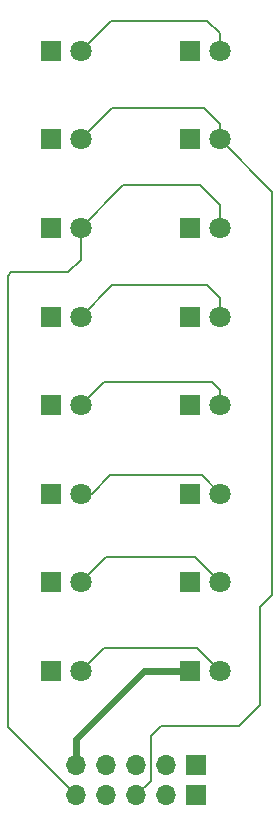
<source format=gbr>
%TF.GenerationSoftware,KiCad,Pcbnew,8.0.6*%
%TF.CreationDate,2025-02-23T20:14:05-07:00*%
%TF.ProjectId,Dash Indicators (Right),44617368-2049-46e6-9469-6361746f7273,rev?*%
%TF.SameCoordinates,Original*%
%TF.FileFunction,Copper,L2,Bot*%
%TF.FilePolarity,Positive*%
%FSLAX46Y46*%
G04 Gerber Fmt 4.6, Leading zero omitted, Abs format (unit mm)*
G04 Created by KiCad (PCBNEW 8.0.6) date 2025-02-23 20:14:05*
%MOMM*%
%LPD*%
G01*
G04 APERTURE LIST*
%TA.AperFunction,ComponentPad*%
%ADD10R,1.800000X1.800000*%
%TD*%
%TA.AperFunction,ComponentPad*%
%ADD11C,1.800000*%
%TD*%
%TA.AperFunction,ComponentPad*%
%ADD12R,1.700000X1.700000*%
%TD*%
%TA.AperFunction,ComponentPad*%
%ADD13O,1.700000X1.700000*%
%TD*%
%TA.AperFunction,Conductor*%
%ADD14C,0.200000*%
%TD*%
%TA.AperFunction,Conductor*%
%ADD15C,0.600000*%
%TD*%
G04 APERTURE END LIST*
D10*
%TO.P,D13,1,K*%
%TO.N,C0*%
X85725000Y-64850000D03*
D11*
%TO.P,D13,2,A*%
%TO.N,A6*%
X88265000Y-64850000D03*
%TD*%
D10*
%TO.P,D8,1,K*%
%TO.N,C1*%
X97525000Y-79850000D03*
D11*
%TO.P,D8,2,A*%
%TO.N,A3*%
X100065000Y-79850000D03*
%TD*%
D10*
%TO.P,D3,1,K*%
%TO.N,C0*%
X85725000Y-72350000D03*
D11*
%TO.P,D3,2,A*%
%TO.N,A1*%
X88265000Y-72350000D03*
%TD*%
D10*
%TO.P,D14,1,K*%
%TO.N,C1*%
X97525000Y-64850000D03*
D11*
%TO.P,D14,2,A*%
%TO.N,A6*%
X100065000Y-64850000D03*
%TD*%
D10*
%TO.P,D16,1,K*%
%TO.N,C1*%
X97525000Y-94850000D03*
D11*
%TO.P,D16,2,A*%
%TO.N,A7*%
X100065000Y-94850000D03*
%TD*%
D10*
%TO.P,D4,1,K*%
%TO.N,C1*%
X97525000Y-72350000D03*
D11*
%TO.P,D4,2,A*%
%TO.N,A1*%
X100065000Y-72350000D03*
%TD*%
D10*
%TO.P,D10,1,K*%
%TO.N,C1*%
X97525000Y-57350000D03*
D11*
%TO.P,D10,2,A*%
%TO.N,A4*%
X100065000Y-57350000D03*
%TD*%
D10*
%TO.P,D9,1,K*%
%TO.N,C0*%
X85725000Y-57350000D03*
D11*
%TO.P,D9,2,A*%
%TO.N,A4*%
X88265000Y-57350000D03*
%TD*%
D10*
%TO.P,D11,1,K*%
%TO.N,C0*%
X85725000Y-87350000D03*
D11*
%TO.P,D11,2,A*%
%TO.N,A5*%
X88265000Y-87350000D03*
%TD*%
D10*
%TO.P,D2,1,K*%
%TO.N,C1*%
X97525000Y-42350000D03*
D11*
%TO.P,D2,2,A*%
%TO.N,A0*%
X100065000Y-42350000D03*
%TD*%
D10*
%TO.P,D12,1,K*%
%TO.N,C1*%
X97525000Y-87350000D03*
D11*
%TO.P,D12,2,A*%
%TO.N,A5*%
X100065000Y-87350000D03*
%TD*%
D10*
%TO.P,D15,1,K*%
%TO.N,C0*%
X85725000Y-94850000D03*
D11*
%TO.P,D15,2,A*%
%TO.N,A7*%
X88265000Y-94850000D03*
%TD*%
D10*
%TO.P,D1,1,K*%
%TO.N,C0*%
X85725000Y-42350000D03*
D11*
%TO.P,D1,2,A*%
%TO.N,A0*%
X88265000Y-42350000D03*
%TD*%
D10*
%TO.P,D7,1,K*%
%TO.N,C0*%
X85725000Y-79850000D03*
D11*
%TO.P,D7,2,A*%
%TO.N,A3*%
X88265000Y-79850000D03*
%TD*%
D10*
%TO.P,D5,1,K*%
%TO.N,C0*%
X85725000Y-49850000D03*
D11*
%TO.P,D5,2,A*%
%TO.N,A2*%
X88265000Y-49850000D03*
%TD*%
D10*
%TO.P,D6,1,K*%
%TO.N,C1*%
X97525000Y-49850000D03*
D11*
%TO.P,D6,2,A*%
%TO.N,A2*%
X100065000Y-49850000D03*
%TD*%
D12*
%TO.P,J1-A1,1,Pin_1*%
%TO.N,A0*%
X98040000Y-105380000D03*
D13*
%TO.P,J1-A1,2,Pin_2*%
%TO.N,A1*%
X95500000Y-105380000D03*
%TO.P,J1-A1,3,Pin_3*%
%TO.N,A2*%
X92960000Y-105380000D03*
%TO.P,J1-A1,4,Pin_4*%
%TO.N,A3*%
X90420000Y-105380000D03*
%TO.P,J1-A1,5,Pin_5*%
%TO.N,A4*%
X87880000Y-105380000D03*
%TD*%
D12*
%TO.P,J1-B1,1,Pin_1*%
%TO.N,A5*%
X98040000Y-102800000D03*
D13*
%TO.P,J1-B1,2,Pin_2*%
%TO.N,A6*%
X95500000Y-102800000D03*
%TO.P,J1-B1,3,Pin_3*%
%TO.N,A7*%
X92960000Y-102800000D03*
%TO.P,J1-B1,4,Pin_4*%
%TO.N,C0*%
X90420000Y-102800000D03*
%TO.P,J1-B1,5,Pin_5*%
%TO.N,C1*%
X87880000Y-102800000D03*
%TD*%
D14*
%TO.N,A0*%
X100065000Y-40865000D02*
X99000000Y-39800000D01*
X100065000Y-42350000D02*
X100065000Y-40865000D01*
X99000000Y-39800000D02*
X90815000Y-39800000D01*
X90815000Y-39800000D02*
X88265000Y-42350000D01*
D15*
%TO.N,C1*%
X87880000Y-100620000D02*
X87880000Y-102800000D01*
X93650000Y-94850000D02*
X87880000Y-100620000D01*
X97525000Y-94850000D02*
X93650000Y-94850000D01*
D14*
%TO.N,A1*%
X100065000Y-71065000D02*
X99400000Y-70400000D01*
X90215000Y-70400000D02*
X88265000Y-72350000D01*
X99400000Y-70400000D02*
X90215000Y-70400000D01*
X100065000Y-72350000D02*
X100065000Y-71065000D01*
%TO.N,A2*%
X104500000Y-88400000D02*
X104500000Y-54285000D01*
X94200000Y-104140000D02*
X92960000Y-105380000D01*
X103500000Y-89400000D02*
X104500000Y-88400000D01*
X100065000Y-48565000D02*
X98700000Y-47200000D01*
X94200000Y-100400000D02*
X94200000Y-104140000D01*
X95100000Y-99500000D02*
X101700000Y-99500000D01*
X98700000Y-47200000D02*
X90915000Y-47200000D01*
X90915000Y-47200000D02*
X88265000Y-49850000D01*
X104500000Y-54285000D02*
X100065000Y-49850000D01*
X101700000Y-99500000D02*
X103500000Y-97700000D01*
X103500000Y-97700000D02*
X103500000Y-89400000D01*
X100065000Y-49850000D02*
X100065000Y-48565000D01*
X94200000Y-100400000D02*
X95100000Y-99500000D01*
%TO.N,A3*%
X90800000Y-78300000D02*
X89250000Y-79850000D01*
X89250000Y-79850000D02*
X88265000Y-79850000D01*
X98515000Y-78300000D02*
X90800000Y-78300000D01*
X100065000Y-79850000D02*
X98515000Y-78300000D01*
%TO.N,A4*%
X88265000Y-57350000D02*
X88265000Y-60035000D01*
X82110000Y-61390000D02*
X82110000Y-99610000D01*
X100065000Y-57350000D02*
X100065000Y-55365000D01*
X82400000Y-61100000D02*
X82110000Y-61390000D01*
X91700000Y-53900000D02*
X91700000Y-53915000D01*
X91700000Y-53915000D02*
X88265000Y-57350000D01*
X88265000Y-60035000D02*
X87200000Y-61100000D01*
X98400000Y-53700000D02*
X91900000Y-53700000D01*
X100065000Y-55365000D02*
X98400000Y-53700000D01*
X82110000Y-99610000D02*
X87880000Y-105380000D01*
X87200000Y-61100000D02*
X82400000Y-61100000D01*
X91900000Y-53700000D02*
X91700000Y-53900000D01*
%TO.N,A5*%
X90415000Y-85200000D02*
X88265000Y-87350000D01*
X100065000Y-87350000D02*
X97915000Y-85200000D01*
X97915000Y-85200000D02*
X90415000Y-85200000D01*
%TO.N,A6*%
X99000000Y-62200000D02*
X90915000Y-62200000D01*
X90915000Y-62200000D02*
X88265000Y-64850000D01*
X100065000Y-63265000D02*
X99000000Y-62200000D01*
X100065000Y-64850000D02*
X100065000Y-63265000D01*
%TO.N,A7*%
X98115000Y-92900000D02*
X90215000Y-92900000D01*
X100065000Y-94850000D02*
X98115000Y-92900000D01*
X90215000Y-92900000D02*
X88265000Y-94850000D01*
%TD*%
M02*

</source>
